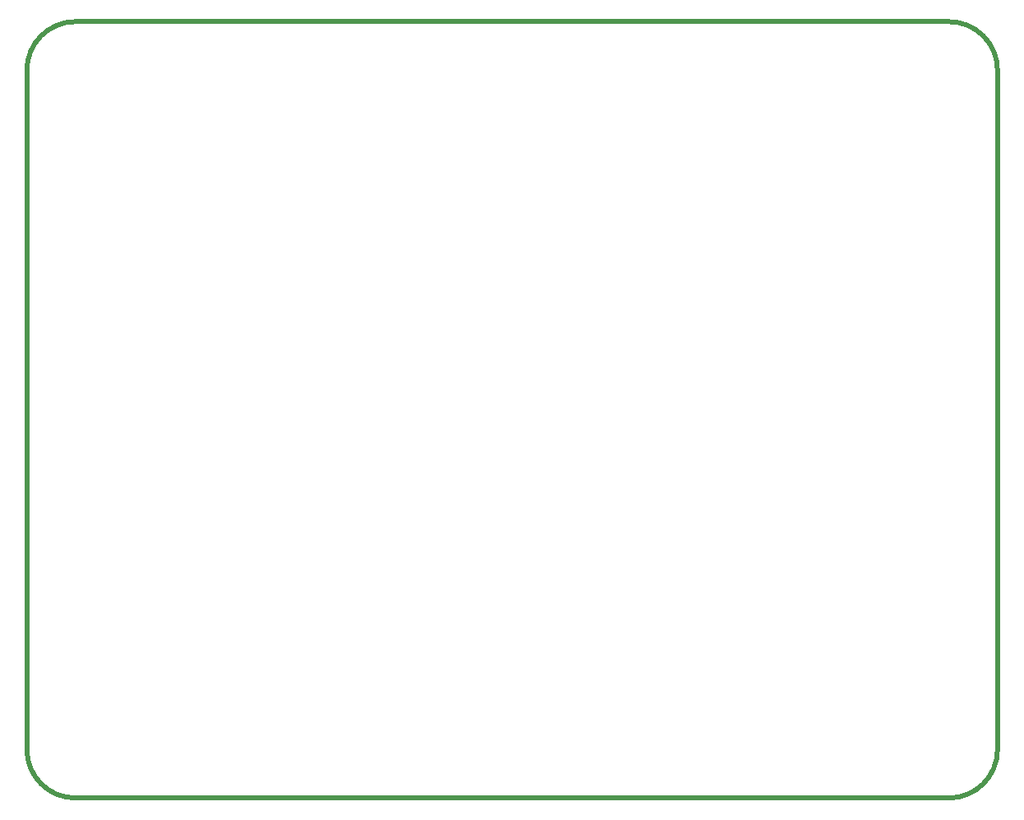
<source format=gbr>
G04 #@! TF.GenerationSoftware,KiCad,Pcbnew,(5.1.8)-1*
G04 #@! TF.CreationDate,2021-01-06T22:06:37-05:00*
G04 #@! TF.ProjectId,CANDash 2,43414e44-6173-4682-9032-2e6b69636164,2A*
G04 #@! TF.SameCoordinates,Original*
G04 #@! TF.FileFunction,Profile,NP*
%FSLAX46Y46*%
G04 Gerber Fmt 4.6, Leading zero omitted, Abs format (unit mm)*
G04 Created by KiCad (PCBNEW (5.1.8)-1) date 2021-01-06 22:06:37*
%MOMM*%
%LPD*%
G01*
G04 APERTURE LIST*
G04 #@! TA.AperFunction,Profile*
%ADD10C,0.508000*%
G04 #@! TD*
G04 APERTURE END LIST*
D10*
X105000000Y-65000000D02*
X195000000Y-65000000D01*
X200000000Y-70000000D02*
X200000000Y-140000000D01*
X200000000Y-70000000D02*
G75*
G03*
X195000000Y-65000000I-5000000J0D01*
G01*
X100000000Y-70000000D02*
X100000000Y-140000000D01*
X105000000Y-65000000D02*
G75*
G03*
X100000000Y-70000000I0J-5000000D01*
G01*
X195000000Y-145000000D02*
X105000000Y-145000000D01*
X195000000Y-145000000D02*
G75*
G03*
X200000000Y-140000000I0J5000000D01*
G01*
X100000000Y-140000000D02*
G75*
G03*
X105000000Y-145000000I5000000J0D01*
G01*
M02*

</source>
